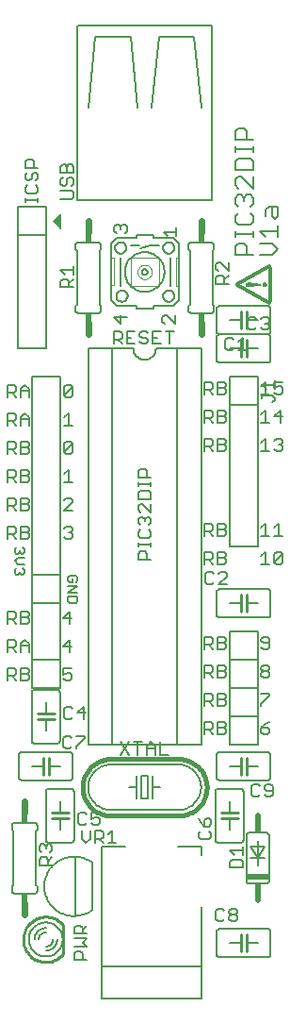
<source format=gto>
G75*
G70*
%OFA0B0*%
%FSLAX24Y24*%
%IPPOS*%
%LPD*%
%AMOC8*
5,1,8,0,0,1.08239X$1,22.5*
%
%ADD10C,0.0060*%
%ADD11C,0.0050*%
%ADD12C,0.0080*%
%ADD13C,0.0160*%
%ADD14C,0.0100*%
%ADD15C,0.0240*%
%ADD16R,0.0240X0.0340*%
%ADD17C,0.0020*%
%ADD18R,0.0800X0.0200*%
%ADD19C,0.0200*%
%ADD20R,0.0200X0.0250*%
%ADD21C,0.0025*%
%ADD22C,0.0120*%
D10*
X004543Y004352D02*
X004543Y004502D01*
X004593Y004552D01*
X004593Y006452D01*
X004543Y006502D01*
X004543Y006652D01*
X004545Y006669D01*
X004549Y006686D01*
X004556Y006702D01*
X004566Y006716D01*
X004579Y006729D01*
X004593Y006739D01*
X004609Y006746D01*
X004626Y006750D01*
X004643Y006752D01*
X005343Y006752D01*
X005360Y006750D01*
X005377Y006746D01*
X005393Y006739D01*
X005407Y006729D01*
X005420Y006716D01*
X005430Y006702D01*
X005437Y006686D01*
X005441Y006669D01*
X005443Y006652D01*
X005443Y006502D01*
X005393Y006452D01*
X005393Y004552D01*
X005443Y004502D01*
X005443Y004352D01*
X005441Y004335D01*
X005437Y004318D01*
X005430Y004302D01*
X005420Y004288D01*
X005407Y004275D01*
X005393Y004265D01*
X005377Y004258D01*
X005360Y004254D01*
X005343Y004252D01*
X004643Y004252D01*
X004626Y004254D01*
X004609Y004258D01*
X004593Y004265D01*
X004579Y004275D01*
X004566Y004288D01*
X004556Y004302D01*
X004549Y004318D01*
X004545Y004335D01*
X004543Y004352D01*
X005523Y005236D02*
X005523Y005456D01*
X005596Y005530D01*
X005743Y005530D01*
X005816Y005456D01*
X005816Y005236D01*
X005816Y005383D02*
X005963Y005530D01*
X005890Y005696D02*
X005963Y005770D01*
X005963Y005916D01*
X005890Y005990D01*
X005816Y005990D01*
X005743Y005916D01*
X005743Y005843D01*
X005743Y005916D02*
X005670Y005990D01*
X005596Y005990D01*
X005523Y005916D01*
X005523Y005770D01*
X005596Y005696D01*
X005743Y006152D02*
X005743Y007852D01*
X005745Y007869D01*
X005749Y007886D01*
X005756Y007902D01*
X005766Y007916D01*
X005779Y007929D01*
X005793Y007939D01*
X005809Y007946D01*
X005826Y007950D01*
X005843Y007952D01*
X006643Y007952D01*
X006660Y007950D01*
X006677Y007946D01*
X006693Y007939D01*
X006707Y007929D01*
X006720Y007916D01*
X006730Y007902D01*
X006737Y007886D01*
X006741Y007869D01*
X006743Y007852D01*
X006743Y006152D01*
X006741Y006135D01*
X006737Y006118D01*
X006730Y006102D01*
X006720Y006088D01*
X006707Y006075D01*
X006693Y006065D01*
X006677Y006058D01*
X006660Y006054D01*
X006643Y006052D01*
X005843Y006052D01*
X005826Y006054D01*
X005809Y006058D01*
X005793Y006065D01*
X005779Y006075D01*
X005766Y006088D01*
X005756Y006102D01*
X005749Y006118D01*
X005745Y006135D01*
X005743Y006152D01*
X006243Y006502D02*
X006243Y006852D01*
X006243Y006902D01*
X006243Y007102D02*
X006243Y007152D01*
X006243Y007502D01*
X006593Y008252D02*
X004893Y008252D01*
X004876Y008254D01*
X004859Y008258D01*
X004843Y008265D01*
X004829Y008275D01*
X004816Y008288D01*
X004806Y008302D01*
X004799Y008318D01*
X004795Y008335D01*
X004793Y008352D01*
X004793Y009152D01*
X004795Y009169D01*
X004799Y009186D01*
X004806Y009202D01*
X004816Y009216D01*
X004829Y009229D01*
X004843Y009239D01*
X004859Y009246D01*
X004876Y009250D01*
X004893Y009252D01*
X006593Y009252D01*
X006610Y009250D01*
X006627Y009246D01*
X006643Y009239D01*
X006657Y009229D01*
X006670Y009216D01*
X006680Y009202D01*
X006687Y009186D01*
X006691Y009169D01*
X006693Y009152D01*
X006693Y008352D01*
X006691Y008335D01*
X006687Y008318D01*
X006680Y008302D01*
X006670Y008288D01*
X006657Y008275D01*
X006643Y008265D01*
X006627Y008258D01*
X006610Y008254D01*
X006593Y008252D01*
X006243Y008752D02*
X005893Y008752D01*
X005843Y008752D01*
X005643Y008752D02*
X005593Y008752D01*
X005243Y008752D01*
X005343Y009552D02*
X006143Y009552D01*
X006160Y009554D01*
X006177Y009558D01*
X006193Y009565D01*
X006207Y009575D01*
X006220Y009588D01*
X006230Y009602D01*
X006237Y009618D01*
X006241Y009635D01*
X006243Y009652D01*
X006243Y011352D01*
X006241Y011369D01*
X006237Y011386D01*
X006230Y011402D01*
X006220Y011416D01*
X006207Y011429D01*
X006193Y011439D01*
X006177Y011446D01*
X006160Y011450D01*
X006143Y011452D01*
X005343Y011452D01*
X005326Y011450D01*
X005309Y011446D01*
X005293Y011439D01*
X005279Y011429D01*
X005266Y011416D01*
X005256Y011402D01*
X005249Y011386D01*
X005245Y011369D01*
X005243Y011352D01*
X005243Y009652D01*
X005245Y009635D01*
X005249Y009618D01*
X005256Y009602D01*
X005266Y009588D01*
X005279Y009575D01*
X005293Y009565D01*
X005309Y009558D01*
X005326Y009554D01*
X005343Y009552D01*
X005743Y010002D02*
X005743Y010352D01*
X005743Y010402D01*
X005743Y010602D02*
X005743Y010652D01*
X005743Y011002D01*
X006398Y010774D02*
X006398Y010480D01*
X006472Y010407D01*
X006618Y010407D01*
X006692Y010480D01*
X006859Y010627D02*
X007152Y010627D01*
X007079Y010847D02*
X006859Y010627D01*
X006692Y010774D02*
X006618Y010847D01*
X006472Y010847D01*
X006398Y010774D01*
X006243Y011502D02*
X006243Y012502D01*
X005243Y012502D01*
X005243Y014502D01*
X006243Y014502D01*
X006243Y012502D01*
X006373Y012197D02*
X006373Y011977D01*
X006520Y012050D01*
X006593Y012050D01*
X006667Y011977D01*
X006667Y011830D01*
X006593Y011757D01*
X006447Y011757D01*
X006373Y011830D01*
X006243Y011502D02*
X005243Y011502D01*
X005243Y012502D01*
X005152Y012782D02*
X005152Y013075D01*
X005005Y013222D01*
X004859Y013075D01*
X004859Y012782D01*
X004692Y012782D02*
X004545Y012929D01*
X004618Y012929D02*
X004398Y012929D01*
X004398Y012782D02*
X004398Y013222D01*
X004618Y013222D01*
X004692Y013149D01*
X004692Y013002D01*
X004618Y012929D01*
X004859Y013002D02*
X005152Y013002D01*
X005079Y013782D02*
X004859Y013782D01*
X004859Y014222D01*
X005079Y014222D01*
X005152Y014149D01*
X005152Y014075D01*
X005079Y014002D01*
X004859Y014002D01*
X004692Y014002D02*
X004692Y014149D01*
X004618Y014222D01*
X004398Y014222D01*
X004398Y013782D01*
X004398Y013929D02*
X004618Y013929D01*
X004692Y014002D01*
X004545Y013929D02*
X004692Y013782D01*
X005079Y013782D02*
X005152Y013855D01*
X005152Y013929D01*
X005079Y014002D01*
X005243Y014502D02*
X005243Y015502D01*
X006243Y015502D01*
X006243Y014502D01*
X006593Y014197D02*
X006373Y013977D01*
X006667Y013977D01*
X006593Y013757D02*
X006593Y014197D01*
X006593Y013197D02*
X006373Y012977D01*
X006667Y012977D01*
X006593Y012757D02*
X006593Y013197D01*
X006667Y012197D02*
X006373Y012197D01*
X007079Y010847D02*
X007079Y010407D01*
X007127Y009822D02*
X006834Y009822D01*
X006667Y009749D02*
X006593Y009822D01*
X006447Y009822D01*
X006373Y009749D01*
X006373Y009455D01*
X006447Y009382D01*
X006593Y009382D01*
X006667Y009455D01*
X006834Y009455D02*
X006834Y009382D01*
X006834Y009455D02*
X007127Y009749D01*
X007127Y009822D01*
X007243Y009502D02*
X008243Y009502D01*
X008093Y009502D01*
X008093Y023502D01*
X008243Y023502D01*
X007243Y023502D01*
X007243Y009502D01*
X008043Y008802D02*
X010443Y008802D01*
X010393Y009502D02*
X010243Y009502D01*
X011243Y009502D01*
X011243Y023502D01*
X010243Y023502D01*
X009643Y023502D01*
X009529Y023657D02*
X009529Y024097D01*
X009823Y024097D01*
X009990Y024097D02*
X010283Y024097D01*
X010136Y024097D02*
X010136Y023657D01*
X010243Y023502D02*
X010393Y023502D01*
X010393Y009502D01*
X010243Y009502D02*
X008243Y009502D01*
X008973Y008402D02*
X008973Y008002D01*
X008973Y007602D01*
X009113Y007602D02*
X009363Y007602D01*
X009363Y008402D01*
X009113Y008402D01*
X009113Y007602D01*
X008973Y008002D02*
X008693Y008002D01*
X008043Y008802D02*
X007987Y008800D01*
X007932Y008794D01*
X007877Y008785D01*
X007822Y008771D01*
X007769Y008754D01*
X007718Y008733D01*
X007667Y008708D01*
X007619Y008680D01*
X007573Y008649D01*
X007529Y008615D01*
X007487Y008577D01*
X007448Y008537D01*
X007413Y008495D01*
X007380Y008449D01*
X007350Y008402D01*
X007324Y008353D01*
X007301Y008302D01*
X007282Y008249D01*
X007267Y008196D01*
X007255Y008141D01*
X007247Y008086D01*
X007243Y008030D01*
X007243Y007974D01*
X007247Y007918D01*
X007255Y007863D01*
X007267Y007808D01*
X007282Y007755D01*
X007301Y007702D01*
X007324Y007651D01*
X007350Y007602D01*
X007380Y007555D01*
X007413Y007509D01*
X007448Y007467D01*
X007487Y007427D01*
X007529Y007389D01*
X007573Y007355D01*
X007619Y007324D01*
X007667Y007296D01*
X007718Y007271D01*
X007769Y007250D01*
X007822Y007233D01*
X007877Y007219D01*
X007932Y007210D01*
X007987Y007204D01*
X008043Y007202D01*
X010443Y007202D01*
X010499Y007204D01*
X010554Y007210D01*
X010609Y007219D01*
X010664Y007233D01*
X010717Y007250D01*
X010768Y007271D01*
X010819Y007296D01*
X010867Y007324D01*
X010913Y007355D01*
X010957Y007389D01*
X010999Y007427D01*
X011038Y007467D01*
X011073Y007509D01*
X011106Y007555D01*
X011136Y007602D01*
X011162Y007651D01*
X011185Y007702D01*
X011204Y007755D01*
X011219Y007808D01*
X011231Y007863D01*
X011239Y007918D01*
X011243Y007974D01*
X011243Y008030D01*
X011239Y008086D01*
X011231Y008141D01*
X011219Y008196D01*
X011204Y008249D01*
X011185Y008302D01*
X011162Y008353D01*
X011136Y008402D01*
X011106Y008449D01*
X011073Y008495D01*
X011038Y008537D01*
X010999Y008577D01*
X010957Y008615D01*
X010913Y008649D01*
X010867Y008680D01*
X010819Y008708D01*
X010768Y008733D01*
X010717Y008754D01*
X010664Y008771D01*
X010609Y008785D01*
X010554Y008794D01*
X010499Y008800D01*
X010443Y008802D01*
X009793Y008002D02*
X009513Y008002D01*
X009513Y007602D01*
X009513Y008002D02*
X009513Y008402D01*
X008237Y006032D02*
X007944Y006032D01*
X008091Y006032D02*
X008091Y006472D01*
X007944Y006325D01*
X007777Y006252D02*
X007704Y006179D01*
X007484Y006179D01*
X007630Y006179D02*
X007777Y006032D01*
X007777Y006252D02*
X007777Y006399D01*
X007704Y006472D01*
X007484Y006472D01*
X007484Y006032D01*
X007317Y006179D02*
X007317Y006472D01*
X007432Y006657D02*
X007359Y006730D01*
X007432Y006657D02*
X007579Y006657D01*
X007652Y006730D01*
X007652Y006877D01*
X007579Y006950D01*
X007505Y006950D01*
X007359Y006877D01*
X007359Y007097D01*
X007652Y007097D01*
X007192Y007024D02*
X007118Y007097D01*
X006972Y007097D01*
X006898Y007024D01*
X006898Y006730D01*
X006972Y006657D01*
X007118Y006657D01*
X007192Y006730D01*
X007023Y006472D02*
X007023Y006179D01*
X007170Y006032D01*
X007317Y006179D01*
X005963Y005236D02*
X005523Y005236D01*
X006821Y003121D02*
X006748Y003048D01*
X006748Y002827D01*
X007188Y002827D01*
X007041Y002827D02*
X007041Y003048D01*
X006968Y003121D01*
X006821Y003121D01*
X007041Y002974D02*
X007188Y003121D01*
X007188Y002661D02*
X007041Y002514D01*
X007188Y002367D01*
X006748Y002367D01*
X006821Y002200D02*
X006748Y002127D01*
X006748Y001907D01*
X007188Y001907D01*
X007041Y001907D02*
X007041Y002127D01*
X006968Y002200D01*
X006821Y002200D01*
X006748Y002661D02*
X007188Y002661D01*
X006143Y002627D02*
X006141Y002588D01*
X006135Y002549D01*
X006126Y002511D01*
X006113Y002474D01*
X006096Y002438D01*
X006076Y002405D01*
X006052Y002373D01*
X006026Y002344D01*
X005997Y002318D01*
X005965Y002294D01*
X005932Y002274D01*
X005896Y002257D01*
X005859Y002244D01*
X005821Y002235D01*
X005782Y002229D01*
X005743Y002227D01*
X005295Y002228D02*
X005264Y002266D01*
X005236Y002306D01*
X005212Y002348D01*
X005191Y002391D01*
X005174Y002437D01*
X005161Y002483D01*
X005151Y002531D01*
X005145Y002579D01*
X005143Y002627D01*
X005743Y002377D02*
X005773Y002379D01*
X005803Y002384D01*
X005832Y002393D01*
X005859Y002406D01*
X005885Y002421D01*
X005909Y002440D01*
X005930Y002461D01*
X005949Y002485D01*
X005964Y002511D01*
X005977Y002538D01*
X005986Y002567D01*
X005991Y002597D01*
X005993Y002627D01*
X005743Y003027D02*
X005704Y003025D01*
X005665Y003019D01*
X005627Y003010D01*
X005590Y002997D01*
X005554Y002980D01*
X005521Y002960D01*
X005489Y002936D01*
X005460Y002910D01*
X005434Y002881D01*
X005410Y002849D01*
X005390Y002816D01*
X005373Y002780D01*
X005360Y002743D01*
X005351Y002705D01*
X005345Y002666D01*
X005343Y002627D01*
X005493Y002627D02*
X005495Y002657D01*
X005500Y002687D01*
X005509Y002716D01*
X005522Y002743D01*
X005537Y002769D01*
X005556Y002793D01*
X005577Y002814D01*
X005601Y002833D01*
X005627Y002848D01*
X005654Y002861D01*
X005683Y002870D01*
X005713Y002875D01*
X005743Y002877D01*
X005269Y002259D02*
X005299Y002224D01*
X005330Y002191D01*
X005365Y002161D01*
X005401Y002134D01*
X005439Y002110D01*
X005479Y002088D01*
X005521Y002070D01*
X005564Y002054D01*
X005608Y002042D01*
X005652Y002034D01*
X005698Y002029D01*
X005743Y002027D01*
X005788Y002029D01*
X005834Y002034D01*
X005878Y002042D01*
X005922Y002054D01*
X005965Y002070D01*
X006007Y002088D01*
X006047Y002110D01*
X006085Y002134D01*
X006121Y002161D01*
X006156Y002191D01*
X006187Y002224D01*
X006217Y002259D01*
X005743Y003227D02*
X005697Y003225D01*
X005651Y003220D01*
X005605Y003211D01*
X005560Y003199D01*
X005517Y003183D01*
X005475Y003164D01*
X005434Y003141D01*
X005395Y003116D01*
X005359Y003088D01*
X005324Y003057D01*
X005292Y003023D01*
X005263Y002987D01*
X005743Y003227D02*
X005790Y003225D01*
X005838Y003219D01*
X005884Y003210D01*
X005930Y003197D01*
X005974Y003181D01*
X006018Y003161D01*
X006059Y003137D01*
X006098Y003111D01*
X006135Y003081D01*
X006170Y003048D01*
X006202Y003013D01*
X006231Y002976D01*
X006343Y002627D02*
X006341Y002581D01*
X006336Y002535D01*
X006327Y002489D01*
X006315Y002445D01*
X006299Y002401D01*
X006280Y002359D01*
X006258Y002318D01*
X006232Y002280D01*
X006204Y002243D01*
X006343Y002627D02*
X006341Y002674D01*
X006336Y002721D01*
X006326Y002767D01*
X006313Y002813D01*
X006297Y002857D01*
X006277Y002900D01*
X006254Y002941D01*
X006228Y002980D01*
X006199Y003017D01*
X005282Y003011D02*
X005254Y002974D01*
X005228Y002936D01*
X005206Y002895D01*
X005187Y002853D01*
X005171Y002809D01*
X005159Y002765D01*
X005150Y002719D01*
X005145Y002673D01*
X005143Y002627D01*
X005079Y011782D02*
X004859Y011782D01*
X004859Y012222D01*
X005079Y012222D01*
X005152Y012149D01*
X005152Y012075D01*
X005079Y012002D01*
X004859Y012002D01*
X004692Y012002D02*
X004618Y011929D01*
X004398Y011929D01*
X004545Y011929D02*
X004692Y011782D01*
X004692Y012002D02*
X004692Y012149D01*
X004618Y012222D01*
X004398Y012222D01*
X004398Y011782D01*
X005079Y011782D02*
X005152Y011855D01*
X005152Y011929D01*
X005079Y012002D01*
X005243Y015502D02*
X005243Y022502D01*
X006243Y022502D01*
X006243Y015502D01*
X006472Y016782D02*
X006398Y016855D01*
X006472Y016782D02*
X006618Y016782D01*
X006692Y016855D01*
X006692Y016929D01*
X006618Y017002D01*
X006545Y017002D01*
X006618Y017002D02*
X006692Y017075D01*
X006692Y017149D01*
X006618Y017222D01*
X006472Y017222D01*
X006398Y017149D01*
X006398Y017782D02*
X006692Y018075D01*
X006692Y018149D01*
X006618Y018222D01*
X006472Y018222D01*
X006398Y018149D01*
X006398Y017782D02*
X006692Y017782D01*
X006692Y018782D02*
X006398Y018782D01*
X006545Y018782D02*
X006545Y019222D01*
X006398Y019075D01*
X006472Y019782D02*
X006398Y019855D01*
X006692Y020149D01*
X006692Y019855D01*
X006618Y019782D01*
X006472Y019782D01*
X006398Y019855D02*
X006398Y020149D01*
X006472Y020222D01*
X006618Y020222D01*
X006692Y020149D01*
X006692Y020782D02*
X006398Y020782D01*
X006545Y020782D02*
X006545Y021222D01*
X006398Y021075D01*
X006472Y021782D02*
X006398Y021855D01*
X006692Y022149D01*
X006692Y021855D01*
X006618Y021782D01*
X006472Y021782D01*
X006398Y021855D02*
X006398Y022149D01*
X006472Y022222D01*
X006618Y022222D01*
X006692Y022149D01*
X006893Y024752D02*
X007593Y024752D01*
X007610Y024754D01*
X007627Y024758D01*
X007643Y024765D01*
X007657Y024775D01*
X007670Y024788D01*
X007680Y024802D01*
X007687Y024818D01*
X007691Y024835D01*
X007693Y024852D01*
X007693Y025002D01*
X007643Y025052D01*
X007643Y026952D01*
X007693Y027002D01*
X007693Y027152D01*
X007691Y027169D01*
X007687Y027186D01*
X007680Y027202D01*
X007670Y027216D01*
X007657Y027229D01*
X007643Y027239D01*
X007627Y027246D01*
X007610Y027250D01*
X007593Y027252D01*
X006893Y027252D01*
X006876Y027250D01*
X006859Y027246D01*
X006843Y027239D01*
X006829Y027229D01*
X006816Y027216D01*
X006806Y027202D01*
X006799Y027186D01*
X006795Y027169D01*
X006793Y027152D01*
X006793Y027002D01*
X006843Y026952D01*
X006843Y025052D01*
X006793Y025002D01*
X006793Y024852D01*
X006795Y024835D01*
X006799Y024818D01*
X006806Y024802D01*
X006816Y024788D01*
X006829Y024775D01*
X006843Y024765D01*
X006859Y024758D01*
X006876Y024754D01*
X006893Y024752D01*
X006713Y025657D02*
X006273Y025657D01*
X006273Y025877D01*
X006346Y025950D01*
X006493Y025950D01*
X006566Y025877D01*
X006566Y025657D01*
X006566Y025804D02*
X006713Y025950D01*
X006713Y026117D02*
X006713Y026411D01*
X006713Y026264D02*
X006273Y026264D01*
X006420Y026117D01*
X005463Y028657D02*
X005463Y028804D01*
X005463Y028730D02*
X005023Y028730D01*
X005023Y028657D02*
X005023Y028804D01*
X005096Y028964D02*
X005023Y029037D01*
X005023Y029184D01*
X005096Y029257D01*
X005096Y029424D02*
X005170Y029424D01*
X005243Y029497D01*
X005243Y029644D01*
X005316Y029718D01*
X005390Y029718D01*
X005463Y029644D01*
X005463Y029497D01*
X005390Y029424D01*
X005390Y029257D02*
X005463Y029184D01*
X005463Y029037D01*
X005390Y028964D01*
X005096Y028964D01*
X005096Y029424D02*
X005023Y029497D01*
X005023Y029644D01*
X005096Y029718D01*
X005023Y029884D02*
X005023Y030104D01*
X005096Y030178D01*
X005243Y030178D01*
X005316Y030104D01*
X005316Y029884D01*
X005463Y029884D02*
X005023Y029884D01*
X006273Y029923D02*
X006273Y029702D01*
X006713Y029702D01*
X006713Y029923D01*
X006640Y029996D01*
X006566Y029996D01*
X006493Y029923D01*
X006493Y029702D01*
X006566Y029536D02*
X006640Y029536D01*
X006713Y029462D01*
X006713Y029315D01*
X006640Y029242D01*
X006493Y029315D02*
X006493Y029462D01*
X006566Y029536D01*
X006346Y029536D02*
X006273Y029462D01*
X006273Y029315D01*
X006346Y029242D01*
X006420Y029242D01*
X006493Y029315D01*
X006640Y029075D02*
X006273Y029075D01*
X006273Y028782D02*
X006640Y028782D01*
X006713Y028855D01*
X006713Y029002D01*
X006640Y029075D01*
X006493Y029923D02*
X006420Y029996D01*
X006346Y029996D01*
X006273Y029923D01*
X008243Y027402D02*
X008043Y027202D01*
X008043Y027052D01*
X008043Y026702D01*
X008043Y025752D01*
X008043Y025352D01*
X008043Y025202D01*
X008243Y025002D01*
X008843Y025002D01*
X008943Y025002D01*
X008943Y024902D01*
X009543Y024902D01*
X009543Y025002D01*
X009643Y025002D01*
X010243Y025002D01*
X010443Y025202D01*
X010443Y025352D01*
X010443Y025702D01*
X010443Y026702D01*
X010443Y027052D01*
X010443Y027202D01*
X010243Y027402D01*
X009643Y027402D01*
X009543Y027402D01*
X009543Y027502D01*
X008943Y027502D01*
X008943Y027402D01*
X008843Y027402D01*
X008243Y027402D01*
X008193Y027052D02*
X008195Y027080D01*
X008201Y027107D01*
X008210Y027133D01*
X008223Y027158D01*
X008240Y027181D01*
X008259Y027201D01*
X008281Y027218D01*
X008305Y027232D01*
X008331Y027242D01*
X008358Y027249D01*
X008386Y027252D01*
X008414Y027251D01*
X008441Y027246D01*
X008468Y027237D01*
X008493Y027225D01*
X008516Y027210D01*
X008537Y027191D01*
X008555Y027170D01*
X008570Y027146D01*
X008581Y027120D01*
X008589Y027094D01*
X008593Y027066D01*
X008593Y027038D01*
X008589Y027010D01*
X008581Y026984D01*
X008570Y026958D01*
X008555Y026934D01*
X008537Y026913D01*
X008516Y026894D01*
X008493Y026879D01*
X008468Y026867D01*
X008441Y026858D01*
X008414Y026853D01*
X008386Y026852D01*
X008358Y026855D01*
X008331Y026862D01*
X008305Y026872D01*
X008281Y026886D01*
X008259Y026903D01*
X008240Y026923D01*
X008223Y026946D01*
X008210Y026971D01*
X008201Y026997D01*
X008195Y027024D01*
X008193Y027052D01*
X008393Y026702D02*
X008393Y025702D01*
X008243Y025352D02*
X008245Y025380D01*
X008251Y025407D01*
X008260Y025433D01*
X008273Y025458D01*
X008290Y025481D01*
X008309Y025501D01*
X008331Y025518D01*
X008355Y025532D01*
X008381Y025542D01*
X008408Y025549D01*
X008436Y025552D01*
X008464Y025551D01*
X008491Y025546D01*
X008518Y025537D01*
X008543Y025525D01*
X008566Y025510D01*
X008587Y025491D01*
X008605Y025470D01*
X008620Y025446D01*
X008631Y025420D01*
X008639Y025394D01*
X008643Y025366D01*
X008643Y025338D01*
X008639Y025310D01*
X008631Y025284D01*
X008620Y025258D01*
X008605Y025234D01*
X008587Y025213D01*
X008566Y025194D01*
X008543Y025179D01*
X008518Y025167D01*
X008491Y025158D01*
X008464Y025153D01*
X008436Y025152D01*
X008408Y025155D01*
X008381Y025162D01*
X008355Y025172D01*
X008331Y025186D01*
X008309Y025203D01*
X008290Y025223D01*
X008273Y025246D01*
X008260Y025271D01*
X008251Y025297D01*
X008245Y025324D01*
X008243Y025352D01*
X008148Y024097D02*
X008368Y024097D01*
X008442Y024024D01*
X008442Y023877D01*
X008368Y023804D01*
X008148Y023804D01*
X008295Y023804D02*
X008442Y023657D01*
X008609Y023657D02*
X008609Y024097D01*
X008902Y024097D01*
X009069Y024024D02*
X009069Y023950D01*
X009142Y023877D01*
X009289Y023877D01*
X009362Y023804D01*
X009362Y023730D01*
X009289Y023657D01*
X009142Y023657D01*
X009069Y023730D01*
X008902Y023657D02*
X008609Y023657D01*
X008609Y023877D02*
X008755Y023877D01*
X008843Y023502D02*
X008243Y023502D01*
X008148Y023657D02*
X008148Y024097D01*
X009069Y024024D02*
X009142Y024097D01*
X009289Y024097D01*
X009362Y024024D01*
X009529Y023877D02*
X009676Y023877D01*
X009529Y023657D02*
X009823Y023657D01*
X009643Y023502D02*
X009641Y023463D01*
X009635Y023424D01*
X009626Y023386D01*
X009613Y023349D01*
X009596Y023313D01*
X009576Y023280D01*
X009552Y023248D01*
X009526Y023219D01*
X009497Y023193D01*
X009465Y023169D01*
X009432Y023149D01*
X009396Y023132D01*
X009359Y023119D01*
X009321Y023110D01*
X009282Y023104D01*
X009243Y023102D01*
X009204Y023104D01*
X009165Y023110D01*
X009127Y023119D01*
X009090Y023132D01*
X009054Y023149D01*
X009021Y023169D01*
X008989Y023193D01*
X008960Y023219D01*
X008934Y023248D01*
X008910Y023280D01*
X008890Y023313D01*
X008873Y023349D01*
X008860Y023386D01*
X008851Y023424D01*
X008845Y023463D01*
X008843Y023502D01*
X009893Y025352D02*
X009895Y025380D01*
X009901Y025407D01*
X009910Y025433D01*
X009923Y025458D01*
X009940Y025481D01*
X009959Y025501D01*
X009981Y025518D01*
X010005Y025532D01*
X010031Y025542D01*
X010058Y025549D01*
X010086Y025552D01*
X010114Y025551D01*
X010141Y025546D01*
X010168Y025537D01*
X010193Y025525D01*
X010216Y025510D01*
X010237Y025491D01*
X010255Y025470D01*
X010270Y025446D01*
X010281Y025420D01*
X010289Y025394D01*
X010293Y025366D01*
X010293Y025338D01*
X010289Y025310D01*
X010281Y025284D01*
X010270Y025258D01*
X010255Y025234D01*
X010237Y025213D01*
X010216Y025194D01*
X010193Y025179D01*
X010168Y025167D01*
X010141Y025158D01*
X010114Y025153D01*
X010086Y025152D01*
X010058Y025155D01*
X010031Y025162D01*
X010005Y025172D01*
X009981Y025186D01*
X009959Y025203D01*
X009940Y025223D01*
X009923Y025246D01*
X009910Y025271D01*
X009901Y025297D01*
X009895Y025324D01*
X009893Y025352D01*
X010143Y025702D02*
X010143Y026702D01*
X009893Y027052D02*
X009895Y027080D01*
X009901Y027107D01*
X009910Y027133D01*
X009923Y027158D01*
X009940Y027181D01*
X009959Y027201D01*
X009981Y027218D01*
X010005Y027232D01*
X010031Y027242D01*
X010058Y027249D01*
X010086Y027252D01*
X010114Y027251D01*
X010141Y027246D01*
X010168Y027237D01*
X010193Y027225D01*
X010216Y027210D01*
X010237Y027191D01*
X010255Y027170D01*
X010270Y027146D01*
X010281Y027120D01*
X010289Y027094D01*
X010293Y027066D01*
X010293Y027038D01*
X010289Y027010D01*
X010281Y026984D01*
X010270Y026958D01*
X010255Y026934D01*
X010237Y026913D01*
X010216Y026894D01*
X010193Y026879D01*
X010168Y026867D01*
X010141Y026858D01*
X010114Y026853D01*
X010086Y026852D01*
X010058Y026855D01*
X010031Y026862D01*
X010005Y026872D01*
X009981Y026886D01*
X009959Y026903D01*
X009940Y026923D01*
X009923Y026946D01*
X009910Y026971D01*
X009901Y026997D01*
X009895Y027024D01*
X009893Y027052D01*
X009743Y027152D02*
X009443Y027152D01*
X009093Y027052D01*
X009043Y027152D02*
X008743Y027152D01*
X009143Y026202D02*
X009145Y026222D01*
X009151Y026240D01*
X009160Y026258D01*
X009172Y026273D01*
X009187Y026285D01*
X009205Y026294D01*
X009223Y026300D01*
X009243Y026302D01*
X009263Y026300D01*
X009281Y026294D01*
X009299Y026285D01*
X009314Y026273D01*
X009326Y026258D01*
X009335Y026240D01*
X009341Y026222D01*
X009343Y026202D01*
X009341Y026182D01*
X009335Y026164D01*
X009326Y026146D01*
X009314Y026131D01*
X009299Y026119D01*
X009281Y026110D01*
X009263Y026104D01*
X009243Y026102D01*
X009223Y026104D01*
X009205Y026110D01*
X009187Y026119D01*
X009172Y026131D01*
X009160Y026146D01*
X009151Y026164D01*
X009145Y026182D01*
X009143Y026202D01*
X008543Y026202D02*
X008545Y026254D01*
X008551Y026306D01*
X008561Y026358D01*
X008574Y026408D01*
X008591Y026458D01*
X008612Y026506D01*
X008637Y026552D01*
X008665Y026596D01*
X008696Y026638D01*
X008730Y026678D01*
X008767Y026715D01*
X008807Y026749D01*
X008849Y026780D01*
X008893Y026808D01*
X008939Y026833D01*
X008987Y026854D01*
X009037Y026871D01*
X009087Y026884D01*
X009139Y026894D01*
X009191Y026900D01*
X009243Y026902D01*
X009295Y026900D01*
X009347Y026894D01*
X009399Y026884D01*
X009449Y026871D01*
X009499Y026854D01*
X009547Y026833D01*
X009593Y026808D01*
X009637Y026780D01*
X009679Y026749D01*
X009719Y026715D01*
X009756Y026678D01*
X009790Y026638D01*
X009821Y026596D01*
X009849Y026552D01*
X009874Y026506D01*
X009895Y026458D01*
X009912Y026408D01*
X009925Y026358D01*
X009935Y026306D01*
X009941Y026254D01*
X009943Y026202D01*
X009941Y026150D01*
X009935Y026098D01*
X009925Y026046D01*
X009912Y025996D01*
X009895Y025946D01*
X009874Y025898D01*
X009849Y025852D01*
X009821Y025808D01*
X009790Y025766D01*
X009756Y025726D01*
X009719Y025689D01*
X009679Y025655D01*
X009637Y025624D01*
X009593Y025596D01*
X009547Y025571D01*
X009499Y025550D01*
X009449Y025533D01*
X009399Y025520D01*
X009347Y025510D01*
X009295Y025504D01*
X009243Y025502D01*
X009191Y025504D01*
X009139Y025510D01*
X009087Y025520D01*
X009037Y025533D01*
X008987Y025550D01*
X008939Y025571D01*
X008893Y025596D01*
X008849Y025624D01*
X008807Y025655D01*
X008767Y025689D01*
X008730Y025726D01*
X008696Y025766D01*
X008665Y025808D01*
X008637Y025852D01*
X008612Y025898D01*
X008591Y025946D01*
X008574Y025996D01*
X008561Y026046D01*
X008551Y026098D01*
X008545Y026150D01*
X008543Y026202D01*
X010793Y027002D02*
X010843Y026952D01*
X010843Y025052D01*
X010793Y025002D01*
X010793Y024852D01*
X010795Y024835D01*
X010799Y024818D01*
X010806Y024802D01*
X010816Y024788D01*
X010829Y024775D01*
X010843Y024765D01*
X010859Y024758D01*
X010876Y024754D01*
X010893Y024752D01*
X011593Y024752D01*
X011610Y024754D01*
X011627Y024758D01*
X011643Y024765D01*
X011657Y024775D01*
X011670Y024788D01*
X011680Y024802D01*
X011687Y024818D01*
X011691Y024835D01*
X011693Y024852D01*
X011693Y025002D01*
X011643Y025052D01*
X011643Y026952D01*
X011693Y027002D01*
X011693Y027152D01*
X011691Y027169D01*
X011687Y027186D01*
X011680Y027202D01*
X011670Y027216D01*
X011657Y027229D01*
X011643Y027239D01*
X011627Y027246D01*
X011610Y027250D01*
X011593Y027252D01*
X010893Y027252D01*
X010876Y027250D01*
X010859Y027246D01*
X010843Y027239D01*
X010829Y027229D01*
X010816Y027216D01*
X010806Y027202D01*
X010799Y027186D01*
X010795Y027169D01*
X010793Y027152D01*
X010793Y027002D01*
X011773Y026462D02*
X011773Y026315D01*
X011846Y026242D01*
X011846Y026075D02*
X011993Y026075D01*
X012066Y026002D01*
X012066Y025782D01*
X012066Y025929D02*
X012213Y026075D01*
X012213Y026242D02*
X011920Y026536D01*
X011846Y026536D01*
X011773Y026462D01*
X011846Y026075D02*
X011773Y026002D01*
X011773Y025782D01*
X012213Y025782D01*
X012213Y026242D02*
X012213Y026536D01*
X011893Y025002D02*
X013593Y025002D01*
X013610Y025000D01*
X013627Y024996D01*
X013643Y024989D01*
X013657Y024979D01*
X013670Y024966D01*
X013680Y024952D01*
X013687Y024936D01*
X013691Y024919D01*
X013693Y024902D01*
X013693Y024102D01*
X013691Y024085D01*
X013687Y024068D01*
X013680Y024052D01*
X013670Y024038D01*
X013657Y024025D01*
X013643Y024015D01*
X013627Y024008D01*
X013610Y024004D01*
X013593Y024002D01*
X011893Y024002D01*
X013593Y024002D01*
X013610Y024000D01*
X013627Y023996D01*
X013643Y023989D01*
X013657Y023979D01*
X013670Y023966D01*
X013680Y023952D01*
X013687Y023936D01*
X013691Y023919D01*
X013693Y023902D01*
X013693Y023102D01*
X013691Y023085D01*
X013687Y023068D01*
X013680Y023052D01*
X013670Y023038D01*
X013657Y023025D01*
X013643Y023015D01*
X013627Y023008D01*
X013610Y023004D01*
X013593Y023002D01*
X011893Y023002D01*
X011876Y023004D01*
X011859Y023008D01*
X011843Y023015D01*
X011829Y023025D01*
X011816Y023038D01*
X011806Y023052D01*
X011799Y023068D01*
X011795Y023085D01*
X011793Y023102D01*
X011793Y023902D01*
X011795Y023919D01*
X011799Y023936D01*
X011806Y023952D01*
X011816Y023966D01*
X011829Y023979D01*
X011843Y023989D01*
X011859Y023996D01*
X011876Y024000D01*
X011893Y024002D01*
X011876Y024004D01*
X011859Y024008D01*
X011843Y024015D01*
X011829Y024025D01*
X011816Y024038D01*
X011806Y024052D01*
X011799Y024068D01*
X011795Y024085D01*
X011793Y024102D01*
X011793Y024902D01*
X011795Y024919D01*
X011799Y024936D01*
X011806Y024952D01*
X011816Y024966D01*
X011829Y024979D01*
X011843Y024989D01*
X011859Y024996D01*
X011876Y025000D01*
X011893Y025002D01*
X012243Y024502D02*
X012593Y024502D01*
X012643Y024502D01*
X012843Y024502D02*
X012893Y024502D01*
X013243Y024502D01*
X013192Y024524D02*
X013118Y024597D01*
X012972Y024597D01*
X012898Y024524D01*
X012898Y024230D01*
X012972Y024157D01*
X013118Y024157D01*
X013192Y024230D01*
X013359Y024230D02*
X013432Y024157D01*
X013579Y024157D01*
X013652Y024230D01*
X013652Y024304D01*
X013579Y024377D01*
X013505Y024377D01*
X013579Y024377D02*
X013652Y024450D01*
X013652Y024524D01*
X013579Y024597D01*
X013432Y024597D01*
X013359Y024524D01*
X013243Y023502D02*
X012893Y023502D01*
X012843Y023502D01*
X012856Y023432D02*
X012563Y023432D01*
X012593Y023502D02*
X012243Y023502D01*
X012176Y023432D02*
X012323Y023432D01*
X012396Y023505D01*
X012593Y023502D02*
X012643Y023502D01*
X012710Y023432D02*
X012710Y023872D01*
X012563Y023725D01*
X012396Y023799D02*
X012323Y023872D01*
X012176Y023872D01*
X012102Y023799D01*
X012102Y023505D01*
X012176Y023432D01*
X012243Y022502D02*
X013243Y022502D01*
X013243Y021502D01*
X012243Y021502D01*
X012243Y016502D01*
X013243Y016502D01*
X013243Y021502D01*
X013520Y021322D02*
X013520Y020882D01*
X013373Y020882D02*
X013667Y020882D01*
X013834Y021102D02*
X014127Y021102D01*
X014054Y020882D02*
X014054Y021322D01*
X013834Y021102D01*
X013520Y021322D02*
X013373Y021175D01*
X013373Y021882D02*
X013667Y021882D01*
X013520Y021882D02*
X013520Y022322D01*
X013373Y022175D01*
X013834Y022102D02*
X013980Y022175D01*
X014054Y022175D01*
X014127Y022102D01*
X014127Y021955D01*
X014054Y021882D01*
X013907Y021882D01*
X013834Y021955D01*
X013834Y022102D02*
X013834Y022322D01*
X014127Y022322D01*
X014054Y020322D02*
X013907Y020322D01*
X013834Y020249D01*
X013980Y020102D02*
X014054Y020102D01*
X014127Y020029D01*
X014127Y019955D01*
X014054Y019882D01*
X013907Y019882D01*
X013834Y019955D01*
X013667Y019882D02*
X013373Y019882D01*
X013520Y019882D02*
X013520Y020322D01*
X013373Y020175D01*
X014054Y020102D02*
X014127Y020175D01*
X014127Y020249D01*
X014054Y020322D01*
X013980Y017322D02*
X013834Y017175D01*
X013980Y017322D02*
X013980Y016882D01*
X013834Y016882D02*
X014127Y016882D01*
X014054Y016322D02*
X013907Y016322D01*
X013834Y016249D01*
X013834Y015955D01*
X014127Y016249D01*
X014127Y015955D01*
X014054Y015882D01*
X013907Y015882D01*
X013834Y015955D01*
X013667Y015882D02*
X013373Y015882D01*
X013520Y015882D02*
X013520Y016322D01*
X013373Y016175D01*
X013373Y016882D02*
X013667Y016882D01*
X013520Y016882D02*
X013520Y017322D01*
X013373Y017175D01*
X014054Y016322D02*
X014127Y016249D01*
X013593Y015002D02*
X011893Y015002D01*
X011876Y015000D01*
X011859Y014996D01*
X011843Y014989D01*
X011829Y014979D01*
X011816Y014966D01*
X011806Y014952D01*
X011799Y014936D01*
X011795Y014919D01*
X011793Y014902D01*
X011793Y014102D01*
X011795Y014085D01*
X011799Y014068D01*
X011806Y014052D01*
X011816Y014038D01*
X011829Y014025D01*
X011843Y014015D01*
X011859Y014008D01*
X011876Y014004D01*
X011893Y014002D01*
X013593Y014002D01*
X013610Y014004D01*
X013627Y014008D01*
X013643Y014015D01*
X013657Y014025D01*
X013670Y014038D01*
X013680Y014052D01*
X013687Y014068D01*
X013691Y014085D01*
X013693Y014102D01*
X013693Y014902D01*
X013691Y014919D01*
X013687Y014936D01*
X013680Y014952D01*
X013670Y014966D01*
X013657Y014979D01*
X013643Y014989D01*
X013627Y014996D01*
X013610Y015000D01*
X013593Y015002D01*
X013243Y014502D02*
X012893Y014502D01*
X012843Y014502D01*
X012643Y014502D02*
X012593Y014502D01*
X012243Y014502D01*
X012152Y015157D02*
X011859Y015157D01*
X012152Y015450D01*
X012152Y015524D01*
X012079Y015597D01*
X011932Y015597D01*
X011859Y015524D01*
X011692Y015524D02*
X011618Y015597D01*
X011472Y015597D01*
X011398Y015524D01*
X011398Y015230D01*
X011472Y015157D01*
X011618Y015157D01*
X011692Y015230D01*
X011667Y015882D02*
X011520Y016029D01*
X011593Y016029D02*
X011373Y016029D01*
X011373Y015882D02*
X011373Y016322D01*
X011593Y016322D01*
X011667Y016249D01*
X011667Y016102D01*
X011593Y016029D01*
X011834Y016102D02*
X012054Y016102D01*
X012127Y016029D01*
X012127Y015955D01*
X012054Y015882D01*
X011834Y015882D01*
X011834Y016322D01*
X012054Y016322D01*
X012127Y016249D01*
X012127Y016175D01*
X012054Y016102D01*
X012054Y016882D02*
X011834Y016882D01*
X011834Y017322D01*
X012054Y017322D01*
X012127Y017249D01*
X012127Y017175D01*
X012054Y017102D01*
X011834Y017102D01*
X011667Y017102D02*
X011667Y017249D01*
X011593Y017322D01*
X011373Y017322D01*
X011373Y016882D01*
X011373Y017029D02*
X011593Y017029D01*
X011667Y017102D01*
X011520Y017029D02*
X011667Y016882D01*
X012054Y016882D02*
X012127Y016955D01*
X012127Y017029D01*
X012054Y017102D01*
X012054Y019882D02*
X011834Y019882D01*
X011834Y020322D01*
X012054Y020322D01*
X012127Y020249D01*
X012127Y020175D01*
X012054Y020102D01*
X011834Y020102D01*
X011667Y020102D02*
X011593Y020029D01*
X011373Y020029D01*
X011520Y020029D02*
X011667Y019882D01*
X011667Y020102D02*
X011667Y020249D01*
X011593Y020322D01*
X011373Y020322D01*
X011373Y019882D01*
X011373Y020882D02*
X011373Y021322D01*
X011593Y021322D01*
X011667Y021249D01*
X011667Y021102D01*
X011593Y021029D01*
X011373Y021029D01*
X011520Y021029D02*
X011667Y020882D01*
X011834Y020882D02*
X011834Y021322D01*
X012054Y021322D01*
X012127Y021249D01*
X012127Y021175D01*
X012054Y021102D01*
X011834Y021102D01*
X011834Y020882D02*
X012054Y020882D01*
X012127Y020955D01*
X012127Y021029D01*
X012054Y021102D01*
X012243Y021502D02*
X012243Y022502D01*
X012054Y022322D02*
X012127Y022249D01*
X012127Y022175D01*
X012054Y022102D01*
X011834Y022102D01*
X011667Y022102D02*
X011593Y022029D01*
X011373Y022029D01*
X011520Y022029D02*
X011667Y021882D01*
X011834Y021882D02*
X011834Y022322D01*
X012054Y022322D01*
X012054Y022102D02*
X012127Y022029D01*
X012127Y021955D01*
X012054Y021882D01*
X011834Y021882D01*
X011667Y022102D02*
X011667Y022249D01*
X011593Y022322D01*
X011373Y022322D01*
X011373Y021882D01*
X012054Y020102D02*
X012127Y020029D01*
X012127Y019955D01*
X012054Y019882D01*
X009463Y018947D02*
X009023Y018947D01*
X009023Y019167D01*
X009096Y019241D01*
X009243Y019241D01*
X009316Y019167D01*
X009316Y018947D01*
X009463Y018787D02*
X009463Y018640D01*
X009463Y018714D02*
X009023Y018714D01*
X009023Y018787D02*
X009023Y018640D01*
X009096Y018474D02*
X009023Y018400D01*
X009023Y018180D01*
X009463Y018180D01*
X009463Y018400D01*
X009390Y018474D01*
X009096Y018474D01*
X009096Y018013D02*
X009023Y017940D01*
X009023Y017793D01*
X009096Y017720D01*
X009096Y017553D02*
X009170Y017553D01*
X009243Y017479D01*
X009316Y017553D01*
X009390Y017553D01*
X009463Y017479D01*
X009463Y017333D01*
X009390Y017259D01*
X009390Y017093D02*
X009463Y017019D01*
X009463Y016872D01*
X009390Y016799D01*
X009096Y016799D01*
X009023Y016872D01*
X009023Y017019D01*
X009096Y017093D01*
X009096Y017259D02*
X009023Y017333D01*
X009023Y017479D01*
X009096Y017553D01*
X009243Y017479D02*
X009243Y017406D01*
X009463Y017720D02*
X009170Y018013D01*
X009096Y018013D01*
X009463Y018013D02*
X009463Y017720D01*
X009463Y016639D02*
X009463Y016492D01*
X009463Y016565D02*
X009023Y016565D01*
X009023Y016492D02*
X009023Y016639D01*
X009096Y016325D02*
X009023Y016252D01*
X009023Y016032D01*
X009463Y016032D01*
X009316Y016032D02*
X009316Y016252D01*
X009243Y016325D01*
X009096Y016325D01*
X011373Y013322D02*
X011373Y012882D01*
X011373Y013029D02*
X011593Y013029D01*
X011667Y013102D01*
X011667Y013249D01*
X011593Y013322D01*
X011373Y013322D01*
X011520Y013029D02*
X011667Y012882D01*
X011834Y012882D02*
X012054Y012882D01*
X012127Y012955D01*
X012127Y013029D01*
X012054Y013102D01*
X011834Y013102D01*
X011834Y012882D02*
X011834Y013322D01*
X012054Y013322D01*
X012127Y013249D01*
X012127Y013175D01*
X012054Y013102D01*
X012243Y013502D02*
X012243Y012502D01*
X013243Y012502D01*
X013243Y011502D01*
X013243Y010502D01*
X012243Y010502D01*
X012243Y011502D01*
X013243Y011502D01*
X012243Y011502D01*
X012243Y012502D01*
X012054Y012322D02*
X012127Y012249D01*
X012127Y012175D01*
X012054Y012102D01*
X011834Y012102D01*
X011667Y012102D02*
X011593Y012029D01*
X011373Y012029D01*
X011520Y012029D02*
X011667Y011882D01*
X011834Y011882D02*
X012054Y011882D01*
X012127Y011955D01*
X012127Y012029D01*
X012054Y012102D01*
X012054Y012322D02*
X011834Y012322D01*
X011834Y011882D01*
X011667Y012102D02*
X011667Y012249D01*
X011593Y012322D01*
X011373Y012322D01*
X011373Y011882D01*
X011373Y011322D02*
X011593Y011322D01*
X011667Y011249D01*
X011667Y011102D01*
X011593Y011029D01*
X011373Y011029D01*
X011520Y011029D02*
X011667Y010882D01*
X011834Y010882D02*
X011834Y011322D01*
X012054Y011322D01*
X012127Y011249D01*
X012127Y011175D01*
X012054Y011102D01*
X011834Y011102D01*
X011834Y010882D02*
X012054Y010882D01*
X012127Y010955D01*
X012127Y011029D01*
X012054Y011102D01*
X012243Y010502D02*
X012243Y009502D01*
X013243Y009502D01*
X013243Y010502D01*
X013520Y010249D02*
X013373Y010102D01*
X013593Y010102D01*
X013667Y010029D01*
X013667Y009955D01*
X013593Y009882D01*
X013447Y009882D01*
X013373Y009955D01*
X013373Y010102D01*
X013520Y010249D02*
X013667Y010322D01*
X013373Y010882D02*
X013373Y010955D01*
X013667Y011249D01*
X013667Y011322D01*
X013373Y011322D01*
X013447Y011882D02*
X013373Y011955D01*
X013373Y012029D01*
X013447Y012102D01*
X013593Y012102D01*
X013667Y012029D01*
X013667Y011955D01*
X013593Y011882D01*
X013447Y011882D01*
X013447Y012102D02*
X013373Y012175D01*
X013373Y012249D01*
X013447Y012322D01*
X013593Y012322D01*
X013667Y012249D01*
X013667Y012175D01*
X013593Y012102D01*
X013243Y012502D02*
X013243Y013502D01*
X012243Y013502D01*
X013373Y013249D02*
X013373Y013175D01*
X013447Y013102D01*
X013667Y013102D01*
X013667Y013249D02*
X013593Y013322D01*
X013447Y013322D01*
X013373Y013249D01*
X013667Y013249D02*
X013667Y012955D01*
X013593Y012882D01*
X013447Y012882D01*
X013373Y012955D01*
X012054Y010322D02*
X012127Y010249D01*
X012127Y010175D01*
X012054Y010102D01*
X011834Y010102D01*
X011667Y010102D02*
X011667Y010249D01*
X011593Y010322D01*
X011373Y010322D01*
X011373Y009882D01*
X011373Y010029D02*
X011593Y010029D01*
X011667Y010102D01*
X011520Y010029D02*
X011667Y009882D01*
X011834Y009882D02*
X011834Y010322D01*
X012054Y010322D01*
X012054Y010102D02*
X012127Y010029D01*
X012127Y009955D01*
X012054Y009882D01*
X011834Y009882D01*
X011893Y009252D02*
X013593Y009252D01*
X013610Y009250D01*
X013627Y009246D01*
X013643Y009239D01*
X013657Y009229D01*
X013670Y009216D01*
X013680Y009202D01*
X013687Y009186D01*
X013691Y009169D01*
X013693Y009152D01*
X013693Y008352D01*
X013691Y008335D01*
X013687Y008318D01*
X013680Y008302D01*
X013670Y008288D01*
X013657Y008275D01*
X013643Y008265D01*
X013627Y008258D01*
X013610Y008254D01*
X013593Y008252D01*
X011893Y008252D01*
X011876Y008254D01*
X011859Y008258D01*
X011843Y008265D01*
X011829Y008275D01*
X011816Y008288D01*
X011806Y008302D01*
X011799Y008318D01*
X011795Y008335D01*
X011793Y008352D01*
X011793Y009152D01*
X011795Y009169D01*
X011799Y009186D01*
X011806Y009202D01*
X011816Y009216D01*
X011829Y009229D01*
X011843Y009239D01*
X011859Y009246D01*
X011876Y009250D01*
X011893Y009252D01*
X012243Y008752D02*
X012593Y008752D01*
X012643Y008752D01*
X012843Y008752D02*
X012893Y008752D01*
X013243Y008752D01*
X013243Y008097D02*
X013097Y008097D01*
X013023Y008024D01*
X013023Y007730D01*
X013097Y007657D01*
X013243Y007657D01*
X013317Y007730D01*
X013484Y007730D02*
X013557Y007657D01*
X013704Y007657D01*
X013777Y007730D01*
X013777Y008024D01*
X013704Y008097D01*
X013557Y008097D01*
X013484Y008024D01*
X013484Y007950D01*
X013557Y007877D01*
X013777Y007877D01*
X013317Y008024D02*
X013243Y008097D01*
X012743Y007852D02*
X012743Y006152D01*
X012741Y006135D01*
X012737Y006118D01*
X012730Y006102D01*
X012720Y006088D01*
X012707Y006075D01*
X012693Y006065D01*
X012677Y006058D01*
X012660Y006054D01*
X012643Y006052D01*
X011843Y006052D01*
X011826Y006054D01*
X011809Y006058D01*
X011793Y006065D01*
X011779Y006075D01*
X011766Y006088D01*
X011756Y006102D01*
X011749Y006118D01*
X011745Y006135D01*
X011743Y006152D01*
X011743Y007852D01*
X011745Y007869D01*
X011749Y007886D01*
X011756Y007902D01*
X011766Y007916D01*
X011779Y007929D01*
X011793Y007939D01*
X011809Y007946D01*
X011826Y007950D01*
X011843Y007952D01*
X012643Y007952D01*
X012660Y007950D01*
X012677Y007946D01*
X012693Y007939D01*
X012707Y007929D01*
X012720Y007916D01*
X012730Y007902D01*
X012737Y007886D01*
X012741Y007869D01*
X012743Y007852D01*
X012243Y007502D02*
X012243Y007152D01*
X012243Y007102D01*
X012243Y006902D02*
X012243Y006852D01*
X012243Y006502D01*
X012273Y005764D02*
X012713Y005764D01*
X012713Y005617D02*
X012713Y005911D01*
X012843Y006302D02*
X012843Y004702D01*
X012845Y004685D01*
X012849Y004668D01*
X012856Y004652D01*
X012866Y004638D01*
X012879Y004625D01*
X012893Y004615D01*
X012909Y004608D01*
X012926Y004604D01*
X012943Y004602D01*
X013543Y004602D01*
X013560Y004604D01*
X013577Y004608D01*
X013593Y004615D01*
X013607Y004625D01*
X013620Y004638D01*
X013630Y004652D01*
X013637Y004668D01*
X013641Y004685D01*
X013643Y004702D01*
X013643Y006302D01*
X013641Y006319D01*
X013637Y006336D01*
X013630Y006352D01*
X013620Y006366D01*
X013607Y006379D01*
X013593Y006389D01*
X013577Y006396D01*
X013560Y006400D01*
X013543Y006402D01*
X012943Y006402D01*
X012926Y006400D01*
X012909Y006396D01*
X012893Y006389D01*
X012879Y006379D01*
X012866Y006366D01*
X012856Y006352D01*
X012849Y006336D01*
X012845Y006319D01*
X012843Y006302D01*
X012993Y005902D02*
X013243Y005502D01*
X013493Y005502D01*
X013243Y005502D02*
X013243Y005252D01*
X013243Y005502D02*
X012993Y005502D01*
X013243Y005502D02*
X013243Y006102D01*
X012993Y005902D02*
X013493Y005902D01*
X013243Y005502D01*
X012713Y005377D02*
X012713Y005157D01*
X012273Y005157D01*
X012273Y005377D01*
X012346Y005450D01*
X012640Y005450D01*
X012713Y005377D01*
X012420Y005617D02*
X012273Y005764D01*
X011588Y006230D02*
X011588Y006377D01*
X011515Y006450D01*
X011515Y006617D02*
X011588Y006690D01*
X011588Y006837D01*
X011515Y006911D01*
X011441Y006911D01*
X011368Y006837D01*
X011368Y006617D01*
X011515Y006617D01*
X011368Y006617D02*
X011221Y006764D01*
X011148Y006911D01*
X011221Y006450D02*
X011148Y006377D01*
X011148Y006230D01*
X011221Y006157D01*
X011515Y006157D01*
X011588Y006230D01*
X011847Y003722D02*
X011773Y003649D01*
X011773Y003355D01*
X011847Y003282D01*
X011993Y003282D01*
X012067Y003355D01*
X012234Y003355D02*
X012234Y003429D01*
X012307Y003502D01*
X012454Y003502D01*
X012527Y003429D01*
X012527Y003355D01*
X012454Y003282D01*
X012307Y003282D01*
X012234Y003355D01*
X012307Y003502D02*
X012234Y003575D01*
X012234Y003649D01*
X012307Y003722D01*
X012454Y003722D01*
X012527Y003649D01*
X012527Y003575D01*
X012454Y003502D01*
X012067Y003649D02*
X011993Y003722D01*
X011847Y003722D01*
X011893Y003002D02*
X013593Y003002D01*
X013610Y003000D01*
X013627Y002996D01*
X013643Y002989D01*
X013657Y002979D01*
X013670Y002966D01*
X013680Y002952D01*
X013687Y002936D01*
X013691Y002919D01*
X013693Y002902D01*
X013693Y002102D01*
X013691Y002085D01*
X013687Y002068D01*
X013680Y002052D01*
X013670Y002038D01*
X013657Y002025D01*
X013643Y002015D01*
X013627Y002008D01*
X013610Y002004D01*
X013593Y002002D01*
X011893Y002002D01*
X011876Y002004D01*
X011859Y002008D01*
X011843Y002015D01*
X011829Y002025D01*
X011816Y002038D01*
X011806Y002052D01*
X011799Y002068D01*
X011795Y002085D01*
X011793Y002102D01*
X011793Y002902D01*
X011795Y002919D01*
X011799Y002936D01*
X011806Y002952D01*
X011816Y002966D01*
X011829Y002979D01*
X011843Y002989D01*
X011859Y002996D01*
X011876Y003000D01*
X011893Y003002D01*
X012243Y002502D02*
X012593Y002502D01*
X012643Y002502D01*
X012843Y002502D02*
X012893Y002502D01*
X013243Y002502D01*
X011373Y010882D02*
X011373Y011322D01*
X005152Y016855D02*
X005079Y016782D01*
X004859Y016782D01*
X004859Y017222D01*
X005079Y017222D01*
X005152Y017149D01*
X005152Y017075D01*
X005079Y017002D01*
X004859Y017002D01*
X004692Y017002D02*
X004618Y016929D01*
X004398Y016929D01*
X004545Y016929D02*
X004692Y016782D01*
X004692Y017002D02*
X004692Y017149D01*
X004618Y017222D01*
X004398Y017222D01*
X004398Y016782D01*
X005079Y017002D02*
X005152Y016929D01*
X005152Y016855D01*
X005079Y017782D02*
X004859Y017782D01*
X004859Y018222D01*
X005079Y018222D01*
X005152Y018149D01*
X005152Y018075D01*
X005079Y018002D01*
X004859Y018002D01*
X004692Y018002D02*
X004618Y017929D01*
X004398Y017929D01*
X004545Y017929D02*
X004692Y017782D01*
X004692Y018002D02*
X004692Y018149D01*
X004618Y018222D01*
X004398Y018222D01*
X004398Y017782D01*
X005079Y017782D02*
X005152Y017855D01*
X005152Y017929D01*
X005079Y018002D01*
X005079Y018782D02*
X004859Y018782D01*
X004859Y019222D01*
X005079Y019222D01*
X005152Y019149D01*
X005152Y019075D01*
X005079Y019002D01*
X004859Y019002D01*
X004692Y019002D02*
X004618Y018929D01*
X004398Y018929D01*
X004545Y018929D02*
X004692Y018782D01*
X004692Y019002D02*
X004692Y019149D01*
X004618Y019222D01*
X004398Y019222D01*
X004398Y018782D01*
X005079Y018782D02*
X005152Y018855D01*
X005152Y018929D01*
X005079Y019002D01*
X005079Y019782D02*
X004859Y019782D01*
X004859Y020222D01*
X005079Y020222D01*
X005152Y020149D01*
X005152Y020075D01*
X005079Y020002D01*
X004859Y020002D01*
X004692Y020002D02*
X004618Y019929D01*
X004398Y019929D01*
X004545Y019929D02*
X004692Y019782D01*
X004692Y020002D02*
X004692Y020149D01*
X004618Y020222D01*
X004398Y020222D01*
X004398Y019782D01*
X005079Y019782D02*
X005152Y019855D01*
X005152Y019929D01*
X005079Y020002D01*
X005152Y020782D02*
X005152Y021075D01*
X005005Y021222D01*
X004859Y021075D01*
X004859Y020782D01*
X004692Y020782D02*
X004545Y020929D01*
X004618Y020929D02*
X004398Y020929D01*
X004398Y020782D02*
X004398Y021222D01*
X004618Y021222D01*
X004692Y021149D01*
X004692Y021002D01*
X004618Y020929D01*
X004859Y021002D02*
X005152Y021002D01*
X005152Y021782D02*
X005152Y022075D01*
X005005Y022222D01*
X004859Y022075D01*
X004859Y021782D01*
X004692Y021782D02*
X004545Y021929D01*
X004618Y021929D02*
X004398Y021929D01*
X004398Y021782D02*
X004398Y022222D01*
X004618Y022222D01*
X004692Y022149D01*
X004692Y022002D01*
X004618Y021929D01*
X004859Y022002D02*
X005152Y022002D01*
D11*
X004743Y023502D02*
X004743Y027502D01*
X005743Y027502D01*
X005743Y023502D01*
X004743Y023502D01*
X004743Y027502D02*
X004743Y028502D01*
X005743Y028502D01*
X005743Y027502D01*
X006881Y028727D02*
X011611Y028727D01*
X011613Y028730D02*
X011613Y034910D01*
X011611Y034917D02*
X006881Y034917D01*
X006873Y034900D02*
X006873Y028740D01*
X008168Y027792D02*
X008168Y027641D01*
X008243Y027566D01*
X008393Y027716D02*
X008393Y027792D01*
X008468Y027867D01*
X008543Y027867D01*
X008618Y027792D01*
X008618Y027641D01*
X008543Y027566D01*
X008393Y027792D02*
X008318Y027867D01*
X008243Y027867D01*
X008168Y027792D01*
X009918Y027616D02*
X010368Y027616D01*
X010368Y027466D02*
X010368Y027767D01*
X010068Y027466D02*
X009918Y027616D01*
X009943Y024667D02*
X009868Y024592D01*
X009868Y024441D01*
X009943Y024366D01*
X009943Y024667D02*
X010018Y024667D01*
X010318Y024366D01*
X010318Y024667D01*
X008618Y024592D02*
X008168Y024592D01*
X008393Y024366D01*
X008393Y024667D01*
X008993Y032002D02*
X008743Y034502D01*
X007493Y034502D01*
X007243Y032002D01*
X009493Y032002D02*
X009743Y034502D01*
X010993Y034502D01*
X011243Y032002D01*
X012903Y025801D02*
X013346Y025752D01*
X012903Y025703D01*
X012903Y025801D01*
X012903Y025773D02*
X013151Y025773D01*
X013104Y025725D02*
X012903Y025725D01*
X012903Y025703D02*
X012890Y025705D01*
X012879Y025710D01*
X012868Y025717D01*
X012861Y025727D01*
X012856Y025739D01*
X012854Y025752D01*
X012856Y025765D01*
X012861Y025776D01*
X012868Y025787D01*
X012879Y025794D01*
X012890Y025799D01*
X012903Y025801D01*
X013444Y025752D02*
X013446Y025765D01*
X013451Y025777D01*
X013460Y025788D01*
X013470Y025796D01*
X013483Y025800D01*
X013496Y025801D01*
X013509Y025798D01*
X013521Y025792D01*
X013531Y025783D01*
X013538Y025772D01*
X013542Y025759D01*
X013542Y025745D01*
X013538Y025732D01*
X013531Y025721D01*
X013521Y025712D01*
X013509Y025706D01*
X013496Y025703D01*
X013483Y025704D01*
X013470Y025708D01*
X013460Y025716D01*
X013451Y025727D01*
X013446Y025739D01*
X013444Y025752D01*
X013843Y022367D02*
X013843Y022066D01*
X013843Y022216D02*
X013393Y022216D01*
X013543Y022066D01*
X013393Y021906D02*
X013393Y021756D01*
X013393Y021831D02*
X013768Y021831D01*
X013843Y021756D01*
X013843Y021681D01*
X013768Y021606D01*
X009774Y009602D02*
X009774Y009152D01*
X010074Y009152D01*
X009614Y009152D02*
X009614Y009452D01*
X009464Y009602D01*
X009314Y009452D01*
X009314Y009152D01*
X009314Y009377D02*
X009614Y009377D01*
X009154Y009602D02*
X008854Y009602D01*
X009004Y009602D02*
X009004Y009152D01*
X008693Y009152D02*
X008393Y009602D01*
X008693Y009602D02*
X008393Y009152D01*
X006793Y005551D02*
X006793Y005054D01*
X006793Y004949D01*
X006793Y004054D01*
X006793Y003949D01*
X006793Y003453D01*
X007393Y003677D02*
X007393Y005327D01*
X007343Y005364D01*
X007291Y005398D01*
X007237Y005429D01*
X007181Y005456D01*
X006793Y005551D02*
X006729Y005552D01*
X006665Y005549D01*
X006601Y005542D01*
X006538Y005532D01*
X006476Y005517D01*
X006415Y005499D01*
X006354Y005477D01*
X006296Y005452D01*
X006793Y005551D02*
X006852Y005546D01*
X006910Y005539D01*
X006968Y005528D01*
X007025Y005513D01*
X007081Y005496D01*
X007136Y005476D01*
X007190Y005452D01*
X006793Y003453D02*
X006729Y003452D01*
X006665Y003455D01*
X006601Y003462D01*
X006538Y003472D01*
X006476Y003487D01*
X006415Y003505D01*
X006354Y003527D01*
X006296Y003552D01*
X007190Y003552D02*
X007244Y003579D01*
X007295Y003609D01*
X007345Y003642D01*
X007393Y003677D01*
X006296Y003552D02*
X006239Y003581D01*
X006183Y003614D01*
X006130Y003649D01*
X006079Y003689D01*
X006031Y003731D01*
X005985Y003776D01*
X005942Y003823D01*
X005902Y003873D01*
X005865Y003926D01*
X005832Y003981D01*
X005801Y004037D01*
X005775Y004096D01*
X005752Y004156D01*
X005732Y004217D01*
X005717Y004279D01*
X005705Y004342D01*
X005697Y004406D01*
X005693Y004470D01*
X005693Y004534D01*
X005697Y004598D01*
X005705Y004662D01*
X005717Y004725D01*
X005732Y004787D01*
X005752Y004848D01*
X005775Y004908D01*
X005801Y004967D01*
X005832Y005023D01*
X005865Y005078D01*
X005902Y005131D01*
X005942Y005181D01*
X005985Y005228D01*
X006031Y005273D01*
X006079Y005315D01*
X006130Y005355D01*
X006183Y005390D01*
X006239Y005423D01*
X006296Y005452D01*
X006793Y003453D02*
X006852Y003458D01*
X006910Y003465D01*
X006968Y003476D01*
X007025Y003491D01*
X007081Y003508D01*
X007136Y003528D01*
X007190Y003552D01*
X006810Y014507D02*
X006576Y014507D01*
X006518Y014565D01*
X006518Y014740D01*
X006868Y014740D01*
X006868Y014565D01*
X006810Y014507D01*
X006868Y014875D02*
X006518Y014875D01*
X006868Y015108D01*
X006518Y015108D01*
X006576Y015243D02*
X006693Y015243D01*
X006693Y015360D01*
X006576Y015477D02*
X006518Y015418D01*
X006518Y015302D01*
X006576Y015243D01*
X006576Y015477D02*
X006810Y015477D01*
X006868Y015418D01*
X006868Y015302D01*
X006810Y015243D01*
X006243Y014502D02*
X005243Y014502D01*
X004935Y015507D02*
X004877Y015507D01*
X004818Y015565D01*
X004760Y015507D01*
X004701Y015507D01*
X004643Y015565D01*
X004643Y015682D01*
X004701Y015740D01*
X004760Y015875D02*
X004643Y015992D01*
X004760Y016108D01*
X004993Y016108D01*
X004935Y016243D02*
X004877Y016243D01*
X004818Y016302D01*
X004760Y016243D01*
X004701Y016243D01*
X004643Y016302D01*
X004643Y016418D01*
X004701Y016477D01*
X004818Y016360D02*
X004818Y016302D01*
X004935Y016243D02*
X004993Y016302D01*
X004993Y016418D01*
X004935Y016477D01*
X004993Y015875D02*
X004760Y015875D01*
X004935Y015740D02*
X004993Y015682D01*
X004993Y015565D01*
X004935Y015507D01*
X004818Y015565D02*
X004818Y015623D01*
D12*
X007721Y005895D02*
X008548Y005895D01*
X007721Y005895D02*
X007721Y001683D01*
X011265Y001683D01*
X011265Y003769D01*
X011265Y005620D02*
X011265Y005895D01*
X010438Y005895D01*
X011265Y001683D02*
X011265Y000541D01*
X007721Y000541D01*
X007721Y001683D01*
X012458Y026792D02*
X012458Y027102D01*
X012561Y027205D01*
X012768Y027205D01*
X012871Y027102D01*
X012871Y026792D01*
X013078Y026792D02*
X012458Y026792D01*
X012458Y027436D02*
X012458Y027643D01*
X012458Y027540D02*
X013078Y027540D01*
X013078Y027643D02*
X013078Y027436D01*
X013333Y027643D02*
X013953Y027643D01*
X013953Y027436D02*
X013953Y027850D01*
X013850Y028081D02*
X013746Y028184D01*
X013746Y028494D01*
X013643Y028494D02*
X013953Y028494D01*
X013953Y028184D01*
X013850Y028081D01*
X013539Y028391D02*
X013643Y028494D01*
X013539Y028391D02*
X013539Y028184D01*
X013078Y028176D02*
X013078Y027969D01*
X012975Y027866D01*
X012561Y027866D01*
X012458Y027969D01*
X012458Y028176D01*
X012561Y028280D01*
X012561Y028510D02*
X012458Y028614D01*
X012458Y028821D01*
X012561Y028924D01*
X012664Y028924D01*
X012768Y028821D01*
X012871Y028924D01*
X012975Y028924D01*
X013078Y028821D01*
X013078Y028614D01*
X012975Y028510D01*
X012975Y028280D02*
X013078Y028176D01*
X013333Y027643D02*
X013539Y027436D01*
X013333Y027205D02*
X013746Y027205D01*
X013953Y026999D01*
X013746Y026792D01*
X013333Y026792D01*
X012768Y028717D02*
X012768Y028821D01*
X012561Y029155D02*
X012458Y029258D01*
X012458Y029465D01*
X012561Y029569D01*
X012664Y029569D01*
X013078Y029155D01*
X013078Y029569D01*
X013078Y029800D02*
X013078Y030110D01*
X012975Y030213D01*
X012561Y030213D01*
X012458Y030110D01*
X012458Y029800D01*
X013078Y029800D01*
X013078Y030444D02*
X013078Y030651D01*
X013078Y030547D02*
X012458Y030547D01*
X012458Y030444D02*
X012458Y030651D01*
X012458Y030874D02*
X012458Y031184D01*
X012561Y031287D01*
X012768Y031287D01*
X012871Y031184D01*
X012871Y030874D01*
X013078Y030874D02*
X012458Y030874D01*
D13*
X010443Y009002D02*
X008043Y009002D01*
X007981Y009000D01*
X007920Y008994D01*
X007859Y008985D01*
X007799Y008972D01*
X007740Y008955D01*
X007682Y008934D01*
X007625Y008910D01*
X007570Y008883D01*
X007517Y008852D01*
X007465Y008818D01*
X007416Y008781D01*
X007369Y008741D01*
X007325Y008698D01*
X007284Y008653D01*
X007245Y008605D01*
X007209Y008554D01*
X007177Y008502D01*
X007148Y008448D01*
X007122Y008392D01*
X007100Y008334D01*
X007081Y008276D01*
X007066Y008216D01*
X007055Y008155D01*
X007047Y008094D01*
X007043Y008033D01*
X007043Y007971D01*
X007047Y007910D01*
X007055Y007849D01*
X007066Y007788D01*
X007081Y007728D01*
X007100Y007670D01*
X007122Y007612D01*
X007148Y007556D01*
X007177Y007502D01*
X007209Y007450D01*
X007245Y007399D01*
X007284Y007351D01*
X007325Y007306D01*
X007369Y007263D01*
X007416Y007223D01*
X007465Y007186D01*
X007517Y007152D01*
X007570Y007121D01*
X007625Y007094D01*
X007682Y007070D01*
X007740Y007049D01*
X007799Y007032D01*
X007859Y007019D01*
X007920Y007010D01*
X007981Y007004D01*
X008043Y007002D01*
X010443Y007002D01*
X010505Y007004D01*
X010566Y007010D01*
X010627Y007019D01*
X010687Y007032D01*
X010746Y007049D01*
X010804Y007070D01*
X010861Y007094D01*
X010916Y007121D01*
X010969Y007152D01*
X011021Y007186D01*
X011070Y007223D01*
X011117Y007263D01*
X011161Y007306D01*
X011202Y007351D01*
X011241Y007399D01*
X011277Y007450D01*
X011309Y007502D01*
X011338Y007556D01*
X011364Y007612D01*
X011386Y007670D01*
X011405Y007728D01*
X011420Y007788D01*
X011431Y007849D01*
X011439Y007910D01*
X011443Y007971D01*
X011443Y008033D01*
X011439Y008094D01*
X011431Y008155D01*
X011420Y008216D01*
X011405Y008276D01*
X011386Y008334D01*
X011364Y008392D01*
X011338Y008448D01*
X011309Y008502D01*
X011277Y008554D01*
X011241Y008605D01*
X011202Y008653D01*
X011161Y008698D01*
X011117Y008741D01*
X011070Y008781D01*
X011021Y008818D01*
X010969Y008852D01*
X010916Y008883D01*
X010861Y008910D01*
X010804Y008934D01*
X010746Y008955D01*
X010687Y008972D01*
X010627Y008985D01*
X010566Y008994D01*
X010505Y009000D01*
X010443Y009002D01*
D14*
X011943Y007102D02*
X012243Y007102D01*
X012543Y007102D01*
X012543Y006902D02*
X012243Y006902D01*
X011943Y006902D01*
X012643Y008452D02*
X012643Y008752D01*
X012643Y009052D01*
X012843Y009052D02*
X012843Y008752D01*
X012843Y008452D01*
X012843Y014202D02*
X012843Y014502D01*
X012843Y014802D01*
X012643Y014802D02*
X012643Y014502D01*
X012643Y014202D01*
X012643Y023202D02*
X012643Y023502D01*
X012643Y023802D01*
X012843Y023802D02*
X012843Y023502D01*
X012843Y023202D01*
X012843Y024202D02*
X012843Y024502D01*
X012843Y024802D01*
X012643Y024802D02*
X012643Y024502D01*
X012643Y024202D01*
X006043Y010602D02*
X005743Y010602D01*
X005443Y010602D01*
X005443Y010402D02*
X005743Y010402D01*
X006043Y010402D01*
X005843Y009052D02*
X005843Y008752D01*
X005843Y008452D01*
X005643Y008452D02*
X005643Y008752D01*
X005643Y009052D01*
X005943Y007102D02*
X006243Y007102D01*
X006543Y007102D01*
X006543Y006902D02*
X006243Y006902D01*
X005943Y006902D01*
X006363Y003127D02*
X006363Y002127D01*
X005062Y002208D02*
X005034Y002256D01*
X005010Y002305D01*
X004990Y002357D01*
X004973Y002409D01*
X004960Y002463D01*
X004951Y002517D01*
X004945Y002572D01*
X004943Y002627D01*
X005048Y002230D02*
X005078Y002182D01*
X005111Y002137D01*
X005147Y002094D01*
X005185Y002053D01*
X005227Y002016D01*
X005271Y001981D01*
X005317Y001950D01*
X005366Y001921D01*
X005416Y001897D01*
X005468Y001876D01*
X005522Y001858D01*
X005576Y001845D01*
X005631Y001835D01*
X005687Y001829D01*
X005743Y001827D01*
X004943Y002627D02*
X004945Y002683D01*
X004951Y002740D01*
X004961Y002795D01*
X004975Y002850D01*
X004992Y002903D01*
X005014Y002956D01*
X005039Y003006D01*
X005743Y001827D02*
X005796Y001829D01*
X005850Y001834D01*
X005902Y001843D01*
X005954Y001855D01*
X006005Y001871D01*
X006055Y001890D01*
X006104Y001913D01*
X006151Y001939D01*
X006196Y001967D01*
X006239Y001999D01*
X006279Y002033D01*
X006318Y002071D01*
X006354Y002110D01*
X005743Y003427D02*
X005689Y003425D01*
X005635Y003420D01*
X005582Y003411D01*
X005529Y003398D01*
X005478Y003382D01*
X005428Y003362D01*
X005379Y003339D01*
X005331Y003313D01*
X005286Y003284D01*
X005243Y003251D01*
X005202Y003216D01*
X005163Y003178D01*
X005127Y003138D01*
X005094Y003095D01*
X005064Y003050D01*
X005037Y003003D01*
X005743Y003427D02*
X005797Y003425D01*
X005850Y003420D01*
X005904Y003411D01*
X005956Y003398D01*
X006007Y003382D01*
X006058Y003362D01*
X006107Y003340D01*
X006154Y003314D01*
X006199Y003284D01*
X006242Y003252D01*
X006283Y003217D01*
X006322Y003179D01*
X006358Y003139D01*
X012643Y002802D02*
X012643Y002502D01*
X012643Y002202D01*
X012843Y002202D02*
X012843Y002502D01*
X012843Y002802D01*
D15*
X004993Y003502D02*
X004993Y003902D01*
X004993Y007102D02*
X004993Y007502D01*
X007243Y024002D02*
X007243Y024402D01*
X007243Y027602D02*
X007243Y028002D01*
X011243Y028002D02*
X011243Y027602D01*
X011243Y024402D02*
X011243Y024002D01*
D16*
X011243Y024582D03*
X011243Y027422D03*
X007243Y027422D03*
X007243Y024582D03*
X004993Y006922D03*
X004993Y004082D03*
D17*
X008043Y025752D02*
X008143Y025752D01*
X008143Y026702D01*
X008043Y026702D01*
X008743Y026702D02*
X008743Y025702D01*
X009743Y025702D01*
X009743Y026702D01*
X008743Y026702D01*
X008993Y026202D02*
X008995Y026233D01*
X009001Y026264D01*
X009011Y026294D01*
X009024Y026322D01*
X009041Y026349D01*
X009061Y026373D01*
X009084Y026395D01*
X009109Y026413D01*
X009137Y026428D01*
X009166Y026440D01*
X009196Y026448D01*
X009227Y026452D01*
X009259Y026452D01*
X009290Y026448D01*
X009320Y026440D01*
X009349Y026428D01*
X009377Y026413D01*
X009402Y026395D01*
X009425Y026373D01*
X009445Y026349D01*
X009462Y026322D01*
X009475Y026294D01*
X009485Y026264D01*
X009491Y026233D01*
X009493Y026202D01*
X009491Y026171D01*
X009485Y026140D01*
X009475Y026110D01*
X009462Y026082D01*
X009445Y026055D01*
X009425Y026031D01*
X009402Y026009D01*
X009377Y025991D01*
X009349Y025976D01*
X009320Y025964D01*
X009290Y025956D01*
X009259Y025952D01*
X009227Y025952D01*
X009196Y025956D01*
X009166Y025964D01*
X009137Y025976D01*
X009109Y025991D01*
X009084Y026009D01*
X009061Y026031D01*
X009041Y026055D01*
X009024Y026082D01*
X009011Y026110D01*
X009001Y026140D01*
X008995Y026171D01*
X008993Y026202D01*
X010343Y025702D02*
X010343Y026702D01*
X010443Y026702D01*
X010443Y025702D02*
X010343Y025702D01*
D18*
X013243Y004852D03*
D19*
X013243Y004352D02*
X013243Y004002D01*
X013243Y006652D02*
X013243Y007002D01*
D20*
X013243Y006527D03*
X013243Y004477D03*
D21*
X006243Y027752D02*
X005993Y028002D01*
X006243Y028252D01*
X006243Y027752D01*
X006243Y027756D02*
X006239Y027756D01*
X006243Y027779D02*
X006216Y027779D01*
X006192Y027803D02*
X006243Y027803D01*
X006243Y027826D02*
X006169Y027826D01*
X006145Y027850D02*
X006243Y027850D01*
X006243Y027873D02*
X006122Y027873D01*
X006098Y027897D02*
X006243Y027897D01*
X006243Y027920D02*
X006075Y027920D01*
X006051Y027944D02*
X006243Y027944D01*
X006243Y027967D02*
X006028Y027967D01*
X006004Y027991D02*
X006243Y027991D01*
X006243Y028014D02*
X006006Y028014D01*
X006029Y028038D02*
X006243Y028038D01*
X006243Y028061D02*
X006053Y028061D01*
X006076Y028085D02*
X006243Y028085D01*
X006243Y028108D02*
X006100Y028108D01*
X006123Y028132D02*
X006243Y028132D01*
X006243Y028155D02*
X006147Y028155D01*
X006170Y028179D02*
X006243Y028179D01*
X006243Y028202D02*
X006194Y028202D01*
X006217Y028226D02*
X006243Y028226D01*
X006241Y028249D02*
X006243Y028249D01*
D22*
X012509Y025776D02*
X012509Y025727D01*
X013641Y025112D01*
X013690Y025161D01*
X013690Y026342D01*
X013641Y026391D01*
X012509Y025776D01*
M02*

</source>
